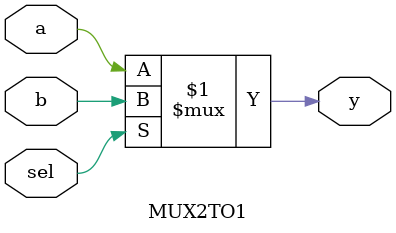
<source format=v>
module MUX2TO1 (
  input wire a,
  input wire b,
  input wire sel,
  output wire y
);
  assign y = sel ? b : a;
endmodule

</source>
